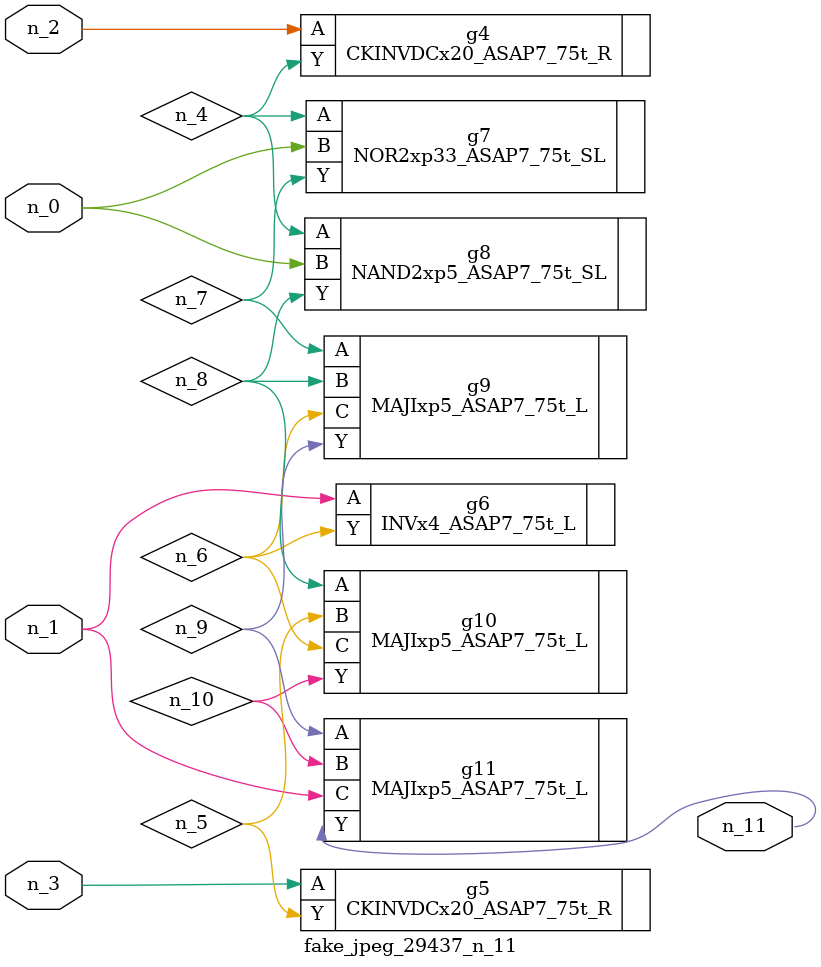
<source format=v>
module fake_jpeg_29437_n_11 (n_0, n_3, n_2, n_1, n_11);

input n_0;
input n_3;
input n_2;
input n_1;

output n_11;

wire n_10;
wire n_4;
wire n_8;
wire n_9;
wire n_6;
wire n_5;
wire n_7;

CKINVDCx20_ASAP7_75t_R g4 ( 
.A(n_2),
.Y(n_4)
);

CKINVDCx20_ASAP7_75t_R g5 ( 
.A(n_3),
.Y(n_5)
);

INVx4_ASAP7_75t_L g6 ( 
.A(n_1),
.Y(n_6)
);

NOR2xp33_ASAP7_75t_SL g7 ( 
.A(n_4),
.B(n_0),
.Y(n_7)
);

MAJIxp5_ASAP7_75t_L g9 ( 
.A(n_7),
.B(n_8),
.C(n_6),
.Y(n_9)
);

NAND2xp5_ASAP7_75t_SL g8 ( 
.A(n_4),
.B(n_0),
.Y(n_8)
);

MAJIxp5_ASAP7_75t_L g11 ( 
.A(n_9),
.B(n_10),
.C(n_1),
.Y(n_11)
);

MAJIxp5_ASAP7_75t_L g10 ( 
.A(n_8),
.B(n_5),
.C(n_6),
.Y(n_10)
);


endmodule
</source>
